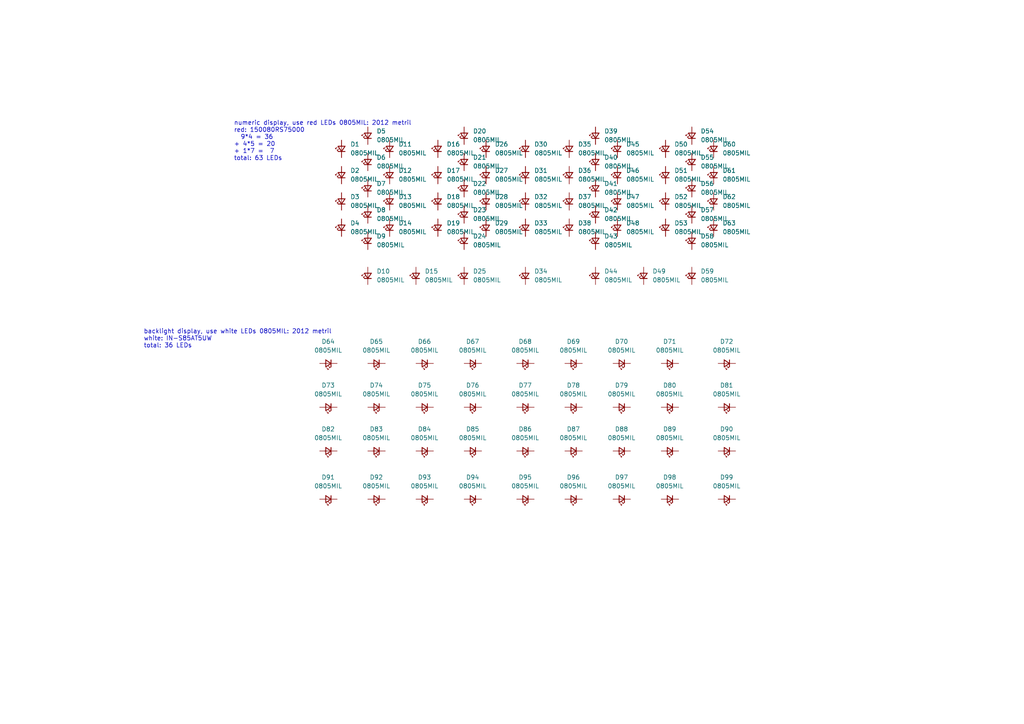
<source format=kicad_sch>
(kicad_sch (version 20231120) (generator "eeschema") (generator_version "8.0")
  (paper "A4")
  (lib_symbols
    (symbol "Device:LED_Small" (pin_numbers hide) (pin_names (offset 0.254) hide)
      (property "Reference" "D" (at -1.27 3.175 0))
      (property "Value" "LED_Small" (at -4.445 -2.54 0))
      (symbol "LED_Small_0_1"
        (polyline (pts (xy -0.762 -1.016) (xy -0.762 1.016)) (stroke (width 0.254)))
        (polyline (pts (xy 1.016 0) (xy -0.762 0)))
        (polyline (pts (xy 0.762 -1.016) (xy -0.762 0) (xy 0.762 1.016) (xy 0.762 -1.016)) (stroke (width 0.254)))
        (polyline (pts (xy 0 0.762) (xy -0.508 1.27) (xy -0.254 1.27) (xy -0.508 1.27) (xy -0.508 1.016)))
        (polyline (pts (xy 0.508 1.27) (xy 0 1.778) (xy 0.254 1.778) (xy 0 1.778) (xy 0 1.524)))
      )
      (symbol "LED_Small_1_1"
        (pin passive line (at -2.54 0 0) (length 1.778) (name "K") (number "1"))
        (pin passive line (at 2.54 0 180) (length 1.778) (name "A") (number "2"))
      )
    )
  )
  (text "backlight display, use white LEDs 0805MIL: 2012 metril\nwhite: IN-S85AT5UW\ntotal: 36 LEDs" (at 41.656 98.298 0) (effects (font (size 1.27 1.27)) (justify left)))
  (text "numeric display, use red LEDs 0805MIL: 2012 metril\nred: 150080RS75000\n  9*4 = 36\n+ 4*5 = 20\n+ 1*7 =  7\ntotal: 63 LEDs" (at 67.818 40.894 0) (effects (font (size 1.27 1.27)) (justify left)))
  (symbol (lib_id "Device:LED_Small") (at 106.68 69.85 90) (unit 1)
    (property "Reference" "D9" (at 109.22 68.5164 90) (effects (justify right)))
    (property "Value" "0805MIL" (at 109.22 71.0564 90) (effects (justify right)))
    (property "Description" "Light emitting diode, small symbol" (effects (hide yes)))
  )
  (symbol (lib_id "Device:LED_Small") (at 127 43.18 90) (unit 1)
    (property "Reference" "D16" (at 129.54 41.8464 90) (effects (justify right)))
    (property "Value" "0805MIL" (at 129.54 44.3864 90) (effects (justify right)))
    (property "Description" "Light emitting diode, small symbol" (effects (hide yes)))
  )
  (symbol (lib_id "Device:LED_Small") (at 200.66 46.99 90) (unit 1)
    (property "Reference" "D55" (at 203.2 45.6564 90) (effects (justify right)))
    (property "Value" "0805MIL" (at 203.2 48.1964 90) (effects (justify right)))
    (property "Description" "Light emitting diode, small symbol" (effects (hide yes)))
  )
  (symbol (lib_id "Device:LED_Small") (at 134.62 54.61 90) (unit 1)
    (property "Reference" "D22" (at 137.16 53.2764 90) (effects (justify right)))
    (property "Value" "0805MIL" (at 137.16 55.8164 90) (effects (justify right)))
    (property "Description" "Light emitting diode, small symbol" (effects (hide yes)))
  )
  (symbol (lib_id "Device:LED_Small") (at 123.19 130.81 180) (unit 1)
    (property "Reference" "D84" (at 123.1265 124.46 0))
    (property "Value" "0805MIL" (at 123.1265 127 0))
    (property "Description" "Light emitting diode, small symbol" (effects (hide yes)))
  )
  (symbol (lib_id "Device:LED_Small") (at 172.72 46.99 90) (unit 1)
    (property "Reference" "D40" (at 175.26 45.6564 90) (effects (justify right)))
    (property "Value" "0805MIL" (at 175.26 48.1964 90) (effects (justify right)))
    (property "Description" "Light emitting diode, small symbol" (effects (hide yes)))
  )
  (symbol (lib_id "Device:LED_Small") (at 137.16 118.11 180) (unit 1)
    (property "Reference" "D76" (at 137.0965 111.76 0))
    (property "Value" "0805MIL" (at 137.0965 114.3 0))
    (property "Description" "Light emitting diode, small symbol" (effects (hide yes)))
  )
  (symbol (lib_id "Device:LED_Small") (at 180.34 118.11 180) (unit 1)
    (property "Reference" "D79" (at 180.2765 111.76 0))
    (property "Value" "0805MIL" (at 180.2765 114.3 0))
    (property "Description" "Light emitting diode, small symbol" (effects (hide yes)))
  )
  (symbol (lib_id "Device:LED_Small") (at 194.31 118.11 180) (unit 1)
    (property "Reference" "D80" (at 194.2465 111.76 0))
    (property "Value" "0805MIL" (at 194.2465 114.3 0))
    (property "Description" "Light emitting diode, small symbol" (effects (hide yes)))
  )
  (symbol (lib_id "Device:LED_Small") (at 123.19 144.78 180) (unit 1)
    (property "Reference" "D93" (at 123.1265 138.43 0))
    (property "Value" "0805MIL" (at 123.1265 140.97 0))
    (property "Description" "Light emitting diode, small symbol" (effects (hide yes)))
  )
  (symbol (lib_id "Device:LED_Small") (at 172.72 62.23 90) (unit 1)
    (property "Reference" "D42" (at 175.26 60.8964 90) (effects (justify right)))
    (property "Value" "0805MIL" (at 175.26 63.4364 90) (effects (justify right)))
    (property "Description" "Light emitting diode, small symbol" (effects (hide yes)))
  )
  (symbol (lib_id "Device:LED_Small") (at 106.68 62.23 90) (unit 1)
    (property "Reference" "D8" (at 109.22 60.8964 90) (effects (justify right)))
    (property "Value" "0805MIL" (at 109.22 63.4364 90) (effects (justify right)))
    (property "Description" "Light emitting diode, small symbol" (effects (hide yes)))
  )
  (symbol (lib_id "Device:LED_Small") (at 179.07 50.8 90) (unit 1)
    (property "Reference" "D46" (at 181.61 49.4664 90) (effects (justify right)))
    (property "Value" "0805MIL" (at 181.61 52.0064 90) (effects (justify right)))
    (property "Description" "Light emitting diode, small symbol" (effects (hide yes)))
  )
  (symbol (lib_id "Device:LED_Small") (at 200.66 80.01 90) (unit 1)
    (property "Reference" "D59" (at 203.2 78.6764 90) (effects (justify right)))
    (property "Value" "0805MIL" (at 203.2 81.2164 90) (effects (justify right)))
    (property "Description" "Light emitting diode, small symbol" (effects (hide yes)))
  )
  (symbol (lib_id "Device:LED_Small") (at 134.62 62.23 90) (unit 1)
    (property "Reference" "D23" (at 137.16 60.8964 90) (effects (justify right)))
    (property "Value" "0805MIL" (at 137.16 63.4364 90) (effects (justify right)))
    (property "Description" "Light emitting diode, small symbol" (effects (hide yes)))
  )
  (symbol (lib_id "Device:LED_Small") (at 137.16 105.41 180) (unit 1)
    (property "Reference" "D67" (at 137.0965 99.06 0))
    (property "Value" "0805MIL" (at 137.0965 101.6 0))
    (property "Description" "Light emitting diode, small symbol" (effects (hide yes)))
  )
  (symbol (lib_id "Device:LED_Small") (at 140.97 58.42 90) (unit 1)
    (property "Reference" "D28" (at 143.51 57.0864 90) (effects (justify right)))
    (property "Value" "0805MIL" (at 143.51 59.6264 90) (effects (justify right)))
    (property "Description" "Light emitting diode, small symbol" (effects (hide yes)))
  )
  (symbol (lib_id "Device:LED_Small") (at 95.25 130.81 180) (unit 1)
    (property "Reference" "D82" (at 95.1865 124.46 0))
    (property "Value" "0805MIL" (at 95.1865 127 0))
    (property "Description" "Light emitting diode, small symbol" (effects (hide yes)))
  )
  (symbol (lib_id "Device:LED_Small") (at 134.62 39.37 90) (unit 1)
    (property "Reference" "D20" (at 137.16 38.0364 90) (effects (justify right)))
    (property "Value" "0805MIL" (at 137.16 40.5764 90) (effects (justify right)))
    (property "Description" "Light emitting diode, small symbol" (effects (hide yes)))
  )
  (symbol (lib_id "Device:LED_Small") (at 207.01 43.18 90) (unit 1)
    (property "Reference" "D60" (at 209.55 41.8464 90) (effects (justify right)))
    (property "Value" "0805MIL" (at 209.55 44.3864 90) (effects (justify right)))
    (property "Description" "Light emitting diode, small symbol" (effects (hide yes)))
  )
  (symbol (lib_id "Device:LED_Small") (at 180.34 144.78 180) (unit 1)
    (property "Reference" "D97" (at 180.2765 138.43 0))
    (property "Value" "0805MIL" (at 180.2765 140.97 0))
    (property "Description" "Light emitting diode, small symbol" (effects (hide yes)))
  )
  (symbol (lib_id "Device:LED_Small") (at 113.03 43.18 90) (unit 1)
    (property "Reference" "D11" (at 115.57 41.8464 90) (effects (justify right)))
    (property "Value" "0805MIL" (at 115.57 44.3864 90) (effects (justify right)))
    (property "Description" "Light emitting diode, small symbol" (effects (hide yes)))
  )
  (symbol (lib_id "Device:LED_Small") (at 99.06 66.04 90) (unit 1)
    (property "Reference" "D4" (at 101.6 64.7064 90) (effects (justify right)))
    (property "Value" "0805MIL" (at 101.6 67.2464 90) (effects (justify right)))
    (property "Description" "Light emitting diode, small symbol" (effects (hide yes)))
  )
  (symbol (lib_id "Device:LED_Small") (at 152.4 50.8 90) (unit 1)
    (property "Reference" "D31" (at 154.94 49.4664 90) (effects (justify right)))
    (property "Value" "0805MIL" (at 154.94 52.0064 90) (effects (justify right)))
    (property "Description" "Light emitting diode, small symbol" (effects (hide yes)))
  )
  (symbol (lib_id "Device:LED_Small") (at 193.04 43.18 90) (unit 1)
    (property "Reference" "D50" (at 195.58 41.8464 90) (effects (justify right)))
    (property "Value" "0805MIL" (at 195.58 44.3864 90) (effects (justify right)))
    (property "Description" "Light emitting diode, small symbol" (effects (hide yes)))
  )
  (symbol (lib_id "Device:LED_Small") (at 95.25 144.78 180) (unit 1)
    (property "Reference" "D91" (at 95.1865 138.43 0))
    (property "Value" "0805MIL" (at 95.1865 140.97 0))
    (property "Description" "Light emitting diode, small symbol" (effects (hide yes)))
  )
  (symbol (lib_id "Device:LED_Small") (at 106.68 80.01 90) (unit 1)
    (property "Reference" "D10" (at 109.22 78.6764 90) (effects (justify right)))
    (property "Value" "0805MIL" (at 109.22 81.2164 90) (effects (justify right)))
    (property "Description" "Light emitting diode, small symbol" (effects (hide yes)))
  )
  (symbol (lib_id "Device:LED_Small") (at 200.66 69.85 90) (unit 1)
    (property "Reference" "D58" (at 203.2 68.5164 90) (effects (justify right)))
    (property "Value" "0805MIL" (at 203.2 71.0564 90) (effects (justify right)))
    (property "Description" "Light emitting diode, small symbol" (effects (hide yes)))
  )
  (symbol (lib_id "Device:LED_Small") (at 210.82 144.78 180) (unit 1)
    (property "Reference" "D99" (at 210.7565 138.43 0))
    (property "Value" "0805MIL" (at 210.7565 140.97 0))
    (property "Description" "Light emitting diode, small symbol" (effects (hide yes)))
  )
  (symbol (lib_id "Device:LED_Small") (at 123.19 118.11 180) (unit 1)
    (property "Reference" "D75" (at 123.1265 111.76 0))
    (property "Value" "0805MIL" (at 123.1265 114.3 0))
    (property "Description" "Light emitting diode, small symbol" (effects (hide yes)))
  )
  (symbol (lib_id "Device:LED_Small") (at 137.16 144.78 180) (unit 1)
    (property "Reference" "D94" (at 137.0965 138.43 0))
    (property "Value" "0805MIL" (at 137.0965 140.97 0))
    (property "Description" "Light emitting diode, small symbol" (effects (hide yes)))
  )
  (symbol (lib_id "Device:LED_Small") (at 109.22 144.78 180) (unit 1)
    (property "Reference" "D92" (at 109.1565 138.43 0))
    (property "Value" "0805MIL" (at 109.1565 140.97 0))
    (property "Description" "Light emitting diode, small symbol" (effects (hide yes)))
  )
  (symbol (lib_id "Device:LED_Small") (at 179.07 43.18 90) (unit 1)
    (property "Reference" "D45" (at 181.61 41.8464 90) (effects (justify right)))
    (property "Value" "0805MIL" (at 181.61 44.3864 90) (effects (justify right)))
    (property "Description" "Light emitting diode, small symbol" (effects (hide yes)))
  )
  (symbol (lib_id "Device:LED_Small") (at 106.68 46.99 90) (unit 1)
    (property "Reference" "D6" (at 109.22 45.6564 90) (effects (justify right)))
    (property "Value" "0805MIL" (at 109.22 48.1964 90) (effects (justify right)))
    (property "Description" "Light emitting diode, small symbol" (effects (hide yes)))
  )
  (symbol (lib_id "Device:LED_Small") (at 200.66 54.61 90) (unit 1)
    (property "Reference" "D56" (at 203.2 53.2764 90) (effects (justify right)))
    (property "Value" "0805MIL" (at 203.2 55.8164 90) (effects (justify right)))
    (property "Description" "Light emitting diode, small symbol" (effects (hide yes)))
  )
  (symbol (lib_id "Device:LED_Small") (at 120.65 80.01 90) (unit 1)
    (property "Reference" "D15" (at 123.19 78.6764 90) (effects (justify right)))
    (property "Value" "0805MIL" (at 123.19 81.2164 90) (effects (justify right)))
    (property "Description" "Light emitting diode, small symbol" (effects (hide yes)))
  )
  (symbol (lib_id "Device:LED_Small") (at 152.4 66.04 90) (unit 1)
    (property "Reference" "D33" (at 154.94 64.7064 90) (effects (justify right)))
    (property "Value" "0805MIL" (at 154.94 67.2464 90) (effects (justify right)))
    (property "Description" "Light emitting diode, small symbol" (effects (hide yes)))
  )
  (symbol (lib_id "Device:LED_Small") (at 194.31 144.78 180) (unit 1)
    (property "Reference" "D98" (at 194.2465 138.43 0))
    (property "Value" "0805MIL" (at 194.2465 140.97 0))
    (property "Description" "Light emitting diode, small symbol" (effects (hide yes)))
  )
  (symbol (lib_id "Device:LED_Small") (at 210.82 105.41 180) (unit 1)
    (property "Reference" "D72" (at 210.7565 99.06 0))
    (property "Value" "0805MIL" (at 210.7565 101.6 0))
    (property "Description" "Light emitting diode, small symbol" (effects (hide yes)))
  )
  (symbol (lib_id "Device:LED_Small") (at 113.03 66.04 90) (unit 1)
    (property "Reference" "D14" (at 115.57 64.7064 90) (effects (justify right)))
    (property "Value" "0805MIL" (at 115.57 67.2464 90) (effects (justify right)))
    (property "Description" "Light emitting diode, small symbol" (effects (hide yes)))
  )
  (symbol (lib_id "Device:LED_Small") (at 95.25 105.41 180) (unit 1)
    (property "Reference" "D64" (at 95.1865 99.06 0))
    (property "Value" "0805MIL" (at 95.1865 101.6 0))
    (property "Description" "Light emitting diode, small symbol" (effects (hide yes)))
  )
  (symbol (lib_id "Device:LED_Small") (at 207.01 50.8 90) (unit 1)
    (property "Reference" "D61" (at 209.55 49.4664 90) (effects (justify right)))
    (property "Value" "0805MIL" (at 209.55 52.0064 90) (effects (justify right)))
    (property "Description" "Light emitting diode, small symbol" (effects (hide yes)))
  )
  (symbol (lib_id "Device:LED_Small") (at 140.97 50.8 90) (unit 1)
    (property "Reference" "D27" (at 143.51 49.4664 90) (effects (justify right)))
    (property "Value" "0805MIL" (at 143.51 52.0064 90) (effects (justify right)))
    (property "Description" "Light emitting diode, small symbol" (effects (hide yes)))
  )
  (symbol (lib_id "Device:LED_Small") (at 179.07 58.42 90) (unit 1)
    (property "Reference" "D47" (at 181.61 57.0864 90) (effects (justify right)))
    (property "Value" "0805MIL" (at 181.61 59.6264 90) (effects (justify right)))
    (property "Description" "Light emitting diode, small symbol" (effects (hide yes)))
  )
  (symbol (lib_id "Device:LED_Small") (at 180.34 105.41 180) (unit 1)
    (property "Reference" "D70" (at 180.2765 99.06 0))
    (property "Value" "0805MIL" (at 180.2765 101.6 0))
    (property "Description" "Light emitting diode, small symbol" (effects (hide yes)))
  )
  (symbol (lib_id "Device:LED_Small") (at 165.1 43.18 90) (unit 1)
    (property "Reference" "D35" (at 167.64 41.8464 90) (effects (justify right)))
    (property "Value" "0805MIL" (at 167.64 44.3864 90) (effects (justify right)))
    (property "Description" "Light emitting diode, small symbol" (effects (hide yes)))
  )
  (symbol (lib_id "Device:LED_Small") (at 172.72 69.85 90) (unit 1)
    (property "Reference" "D43" (at 175.26 68.5164 90) (effects (justify right)))
    (property "Value" "0805MIL" (at 175.26 71.0564 90) (effects (justify right)))
    (property "Description" "Light emitting diode, small symbol" (effects (hide yes)))
  )
  (symbol (lib_id "Device:LED_Small") (at 166.37 144.78 180) (unit 1)
    (property "Reference" "D96" (at 166.3065 138.43 0))
    (property "Value" "0805MIL" (at 166.3065 140.97 0))
    (property "Description" "Light emitting diode, small symbol" (effects (hide yes)))
  )
  (symbol (lib_id "Device:LED_Small") (at 165.1 50.8 90) (unit 1)
    (property "Reference" "D36" (at 167.64 49.4664 90) (effects (justify right)))
    (property "Value" "0805MIL" (at 167.64 52.0064 90) (effects (justify right)))
    (property "Description" "Light emitting diode, small symbol" (effects (hide yes)))
  )
  (symbol (lib_id "Device:LED_Small") (at 134.62 80.01 90) (unit 1)
    (property "Reference" "D25" (at 137.16 78.6764 90) (effects (justify right)))
    (property "Value" "0805MIL" (at 137.16 81.2164 90) (effects (justify right)))
    (property "Description" "Light emitting diode, small symbol" (effects (hide yes)))
  )
  (symbol (lib_id "Device:LED_Small") (at 152.4 58.42 90) (unit 1)
    (property "Reference" "D32" (at 154.94 57.0864 90) (effects (justify right)))
    (property "Value" "0805MIL" (at 154.94 59.6264 90) (effects (justify right)))
    (property "Description" "Light emitting diode, small symbol" (effects (hide yes)))
  )
  (symbol (lib_id "Device:LED_Small") (at 106.68 39.37 90) (unit 1)
    (property "Reference" "D5" (at 109.22 38.0364 90) (effects (justify right)))
    (property "Value" "0805MIL" (at 109.22 40.5764 90) (effects (justify right)))
    (property "Description" "Light emitting diode, small symbol" (effects (hide yes)))
  )
  (symbol (lib_id "Device:LED_Small") (at 123.19 105.41 180) (unit 1)
    (property "Reference" "D66" (at 123.1265 99.06 0))
    (property "Value" "0805MIL" (at 123.1265 101.6 0))
    (property "Description" "Light emitting diode, small symbol" (effects (hide yes)))
  )
  (symbol (lib_id "Device:LED_Small") (at 166.37 130.81 180) (unit 1)
    (property "Reference" "D87" (at 166.3065 124.46 0))
    (property "Value" "0805MIL" (at 166.3065 127 0))
    (property "Description" "Light emitting diode, small symbol" (effects (hide yes)))
  )
  (symbol (lib_id "Device:LED_Small") (at 152.4 80.01 90) (unit 1)
    (property "Reference" "D34" (at 154.94 78.6764 90) (effects (justify right)))
    (property "Value" "0805MIL" (at 154.94 81.2164 90) (effects (justify right)))
    (property "Description" "Light emitting diode, small symbol" (effects (hide yes)))
  )
  (symbol (lib_id "Device:LED_Small") (at 99.06 50.8 90) (unit 1)
    (property "Reference" "D2" (at 101.6 49.4664 90) (effects (justify right)))
    (property "Value" "0805MIL" (at 101.6 52.0064 90) (effects (justify right)))
    (property "Description" "Light emitting diode, small symbol" (effects (hide yes)))
  )
  (symbol (lib_id "Device:LED_Small") (at 166.37 105.41 180) (unit 1)
    (property "Reference" "D69" (at 166.3065 99.06 0))
    (property "Value" "0805MIL" (at 166.3065 101.6 0))
    (property "Description" "Light emitting diode, small symbol" (effects (hide yes)))
  )
  (symbol (lib_id "Device:LED_Small") (at 109.22 130.81 180) (unit 1)
    (property "Reference" "D83" (at 109.1565 124.46 0))
    (property "Value" "0805MIL" (at 109.1565 127 0))
    (property "Description" "Light emitting diode, small symbol" (effects (hide yes)))
  )
  (symbol (lib_id "Device:LED_Small") (at 193.04 50.8 90) (unit 1)
    (property "Reference" "D51" (at 195.58 49.4664 90) (effects (justify right)))
    (property "Value" "0805MIL" (at 195.58 52.0064 90) (effects (justify right)))
    (property "Description" "Light emitting diode, small symbol" (effects (hide yes)))
  )
  (symbol (lib_id "Device:LED_Small") (at 99.06 43.18 90) (unit 1)
    (property "Reference" "D1" (at 101.6 41.8464 90) (effects (justify right)))
    (property "Value" "0805MIL" (at 101.6 44.3864 90) (effects (justify right)))
    (property "Description" "Light emitting diode, small symbol" (effects (hide yes)))
  )
  (symbol (lib_id "Device:LED_Small") (at 207.01 58.42 90) (unit 1)
    (property "Reference" "D62" (at 209.55 57.0864 90) (effects (justify right)))
    (property "Value" "0805MIL" (at 209.55 59.6264 90) (effects (justify right)))
    (property "Description" "Light emitting diode, small symbol" (effects (hide yes)))
  )
  (symbol (lib_id "Device:LED_Small") (at 134.62 46.99 90) (unit 1)
    (property "Reference" "D21" (at 137.16 45.6564 90) (effects (justify right)))
    (property "Value" "0805MIL" (at 137.16 48.1964 90) (effects (justify right)))
    (property "Description" "Light emitting diode, small symbol" (effects (hide yes)))
  )
  (symbol (lib_id "Device:LED_Small") (at 179.07 66.04 90) (unit 1)
    (property "Reference" "D48" (at 181.61 64.7064 90) (effects (justify right)))
    (property "Value" "0805MIL" (at 181.61 67.2464 90) (effects (justify right)))
    (property "Description" "Light emitting diode, small symbol" (effects (hide yes)))
  )
  (symbol (lib_id "Device:LED_Small") (at 172.72 39.37 90) (unit 1)
    (property "Reference" "D39" (at 175.26 38.0364 90) (effects (justify right)))
    (property "Value" "0805MIL" (at 175.26 40.5764 90) (effects (justify right)))
    (property "Description" "Light emitting diode, small symbol" (effects (hide yes)))
  )
  (symbol (lib_id "Device:LED_Small") (at 207.01 66.04 90) (unit 1)
    (property "Reference" "D63" (at 209.55 64.7064 90) (effects (justify right)))
    (property "Value" "0805MIL" (at 209.55 67.2464 90) (effects (justify right)))
    (property "Description" "Light emitting diode, small symbol" (effects (hide yes)))
  )
  (symbol (lib_id "Device:LED_Small") (at 137.16 130.81 180) (unit 1)
    (property "Reference" "D85" (at 137.0965 124.46 0))
    (property "Value" "0805MIL" (at 137.0965 127 0))
    (property "Description" "Light emitting diode, small symbol" (effects (hide yes)))
  )
  (symbol (lib_id "Device:LED_Small") (at 152.4 43.18 90) (unit 1)
    (property "Reference" "D30" (at 154.94 41.8464 90) (effects (justify right)))
    (property "Value" "0805MIL" (at 154.94 44.3864 90) (effects (justify right)))
    (property "Description" "Light emitting diode, small symbol" (effects (hide yes)))
  )
  (symbol (lib_id "Device:LED_Small") (at 127 58.42 90) (unit 1)
    (property "Reference" "D18" (at 129.54 57.0864 90) (effects (justify right)))
    (property "Value" "0805MIL" (at 129.54 59.6264 90) (effects (justify right)))
    (property "Description" "Light emitting diode, small symbol" (effects (hide yes)))
  )
  (symbol (lib_id "Device:LED_Small") (at 152.4 130.81 180) (unit 1)
    (property "Reference" "D86" (at 152.3365 124.46 0))
    (property "Value" "0805MIL" (at 152.3365 127 0))
    (property "Description" "Light emitting diode, small symbol" (effects (hide yes)))
  )
  (symbol (lib_id "Device:LED_Small") (at 113.03 50.8 90) (unit 1)
    (property "Reference" "D12" (at 115.57 49.4664 90) (effects (justify right)))
    (property "Value" "0805MIL" (at 115.57 52.0064 90) (effects (justify right)))
    (property "Description" "Light emitting diode, small symbol" (effects (hide yes)))
  )
  (symbol (lib_id "Device:LED_Small") (at 106.68 54.61 90) (unit 1)
    (property "Reference" "D7" (at 109.22 53.2764 90) (effects (justify right)))
    (property "Value" "0805MIL" (at 109.22 55.8164 90) (effects (justify right)))
    (property "Description" "Light emitting diode, small symbol" (effects (hide yes)))
  )
  (symbol (lib_id "Device:LED_Small") (at 165.1 58.42 90) (unit 1)
    (property "Reference" "D37" (at 167.64 57.0864 90) (effects (justify right)))
    (property "Value" "0805MIL" (at 167.64 59.6264 90) (effects (justify right)))
    (property "Description" "Light emitting diode, small symbol" (effects (hide yes)))
  )
  (symbol (lib_id "Device:LED_Small") (at 200.66 39.37 90) (unit 1)
    (property "Reference" "D54" (at 203.2 38.0364 90) (effects (justify right)))
    (property "Value" "0805MIL" (at 203.2 40.5764 90) (effects (justify right)))
    (property "Description" "Light emitting diode, small symbol" (effects (hide yes)))
  )
  (symbol (lib_id "Device:LED_Small") (at 172.72 80.01 90) (unit 1)
    (property "Reference" "D44" (at 175.26 78.6764 90) (effects (justify right)))
    (property "Value" "0805MIL" (at 175.26 81.2164 90) (effects (justify right)))
    (property "Description" "Light emitting diode, small symbol" (effects (hide yes)))
  )
  (symbol (lib_id "Device:LED_Small") (at 109.22 118.11 180) (unit 1)
    (property "Reference" "D74" (at 109.1565 111.76 0))
    (property "Value" "0805MIL" (at 109.1565 114.3 0))
    (property "Description" "Light emitting diode, small symbol" (effects (hide yes)))
  )
  (symbol (lib_id "Device:LED_Small") (at 127 66.04 90) (unit 1)
    (property "Reference" "D19" (at 129.54 64.7064 90) (effects (justify right)))
    (property "Value" "0805MIL" (at 129.54 67.2464 90) (effects (justify right)))
    (property "Description" "Light emitting diode, small symbol" (effects (hide yes)))
  )
  (symbol (lib_id "Device:LED_Small") (at 95.25 118.11 180) (unit 1)
    (property "Reference" "D73" (at 95.1865 111.76 0))
    (property "Value" "0805MIL" (at 95.1865 114.3 0))
    (property "Description" "Light emitting diode, small symbol" (effects (hide yes)))
  )
  (symbol (lib_id "Device:LED_Small") (at 127 50.8 90) (unit 1)
    (property "Reference" "D17" (at 129.54 49.4664 90) (effects (justify right)))
    (property "Value" "0805MIL" (at 129.54 52.0064 90) (effects (justify right)))
    (property "Description" "Light emitting diode, small symbol" (effects (hide yes)))
  )
  (symbol (lib_id "Device:LED_Small") (at 134.62 69.85 90) (unit 1)
    (property "Reference" "D24" (at 137.16 68.5164 90) (effects (justify right)))
    (property "Value" "0805MIL" (at 137.16 71.0564 90) (effects (justify right)))
    (property "Description" "Light emitting diode, small symbol" (effects (hide yes)))
  )
  (symbol (lib_id "Device:LED_Small") (at 194.31 105.41 180) (unit 1)
    (property "Reference" "D71" (at 194.2465 99.06 0))
    (property "Value" "0805MIL" (at 194.2465 101.6 0))
    (property "Description" "Light emitting diode, small symbol" (effects (hide yes)))
  )
  (symbol (lib_id "Device:LED_Small") (at 140.97 43.18 90) (unit 1)
    (property "Reference" "D26" (at 143.51 41.8464 90) (effects (justify right)))
    (property "Value" "0805MIL" (at 143.51 44.3864 90) (effects (justify right)))
    (property "Description" "Light emitting diode, small symbol" (effects (hide yes)))
  )
  (symbol (lib_id "Device:LED_Small") (at 186.69 80.01 90) (unit 1)
    (property "Reference" "D49" (at 189.23 78.6764 90) (effects (justify right)))
    (property "Value" "0805MIL" (at 189.23 81.2164 90) (effects (justify right)))
    (property "Description" "Light emitting diode, small symbol" (effects (hide yes)))
  )
  (symbol (lib_id "Device:LED_Small") (at 193.04 58.42 90) (unit 1)
    (property "Reference" "D52" (at 195.58 57.0864 90) (effects (justify right)))
    (property "Value" "0805MIL" (at 195.58 59.6264 90) (effects (justify right)))
    (property "Description" "Light emitting diode, small symbol" (effects (hide yes)))
  )
  (symbol (lib_id "Device:LED_Small") (at 165.1 66.04 90) (unit 1)
    (property "Reference" "D38" (at 167.64 64.7064 90) (effects (justify right)))
    (property "Value" "0805MIL" (at 167.64 67.2464 90) (effects (justify right)))
    (property "Description" "Light emitting diode, small symbol" (effects (hide yes)))
  )
  (symbol (lib_id "Device:LED_Small") (at 172.72 54.61 90) (unit 1)
    (property "Reference" "D41" (at 175.26 53.2764 90) (effects (justify right)))
    (property "Value" "0805MIL" (at 175.26 55.8164 90) (effects (justify right)))
    (property "Description" "Light emitting diode, small symbol" (effects (hide yes)))
  )
  (symbol (lib_id "Device:LED_Small") (at 200.66 62.23 90) (unit 1)
    (property "Reference" "D57" (at 203.2 60.8964 90) (effects (justify right)))
    (property "Value" "0805MIL" (at 203.2 63.4364 90) (effects (justify right)))
    (property "Description" "Light emitting diode, small symbol" (effects (hide yes)))
  )
  (symbol (lib_id "Device:LED_Small") (at 180.34 130.81 180) (unit 1)
    (property "Reference" "D88" (at 180.2765 124.46 0))
    (property "Value" "0805MIL" (at 180.2765 127 0))
    (property "Description" "Light emitting diode, small symbol" (effects (hide yes)))
  )
  (symbol (lib_id "Device:LED_Small") (at 152.4 118.11 180) (unit 1)
    (property "Reference" "D77" (at 152.3365 111.76 0))
    (property "Value" "0805MIL" (at 152.3365 114.3 0))
    (property "Description" "Light emitting diode, small symbol" (effects (hide yes)))
  )
  (symbol (lib_id "Device:LED_Small") (at 193.04 66.04 90) (unit 1)
    (property "Reference" "D53" (at 195.58 64.7064 90) (effects (justify right)))
    (property "Value" "0805MIL" (at 195.58 67.2464 90) (effects (justify right)))
    (property "Description" "Light emitting diode, small symbol" (effects (hide yes)))
  )
  (symbol (lib_id "Device:LED_Small") (at 210.82 118.11 180) (unit 1)
    (property "Reference" "D81" (at 210.7565 111.76 0))
    (property "Value" "0805MIL" (at 210.7565 114.3 0))
    (property "Description" "Light emitting diode, small symbol" (effects (hide yes)))
  )
  (symbol (lib_id "Device:LED_Small") (at 194.31 130.81 180) (unit 1)
    (property "Reference" "D89" (at 194.2465 124.46 0))
    (property "Value" "0805MIL" (at 194.2465 127 0))
    (property "Description" "Light emitting diode, small symbol" (effects (hide yes)))
  )
  (symbol (lib_id "Device:LED_Small") (at 113.03 58.42 90) (unit 1)
    (property "Reference" "D13" (at 115.57 57.0864 90) (effects (justify right)))
    (property "Value" "0805MIL" (at 115.57 59.6264 90) (effects (justify right)))
    (property "Description" "Light emitting diode, small symbol" (effects (hide yes)))
  )
  (symbol (lib_id "Device:LED_Small") (at 99.06 58.42 90) (unit 1)
    (property "Reference" "D3" (at 101.6 57.0864 90) (effects (justify right)))
    (property "Value" "0805MIL" (at 101.6 59.6264 90) (effects (justify right)))
    (property "Description" "Light emitting diode, small symbol" (effects (hide yes)))
  )
  (symbol (lib_id "Device:LED_Small") (at 152.4 144.78 180) (unit 1)
    (property "Reference" "D95" (at 152.3365 138.43 0))
    (property "Value" "0805MIL" (at 152.3365 140.97 0))
    (property "Description" "Light emitting diode, small symbol" (effects (hide yes)))
  )
  (symbol (lib_id "Device:LED_Small") (at 109.22 105.41 180) (unit 1)
    (property "Reference" "D65" (at 109.1565 99.06 0))
    (property "Value" "0805MIL" (at 109.1565 101.6 0))
    (property "Description" "Light emitting diode, small symbol" (effects (hide yes)))
  )
  (symbol (lib_id "Device:LED_Small") (at 152.4 105.41 180) (unit 1)
    (property "Reference" "D68" (at 152.3365 99.06 0))
    (property "Value" "0805MIL" (at 152.3365 101.6 0))
    (property "Description" "Light emitting diode, small symbol" (effects (hide yes)))
  )
  (symbol (lib_id "Device:LED_Small") (at 166.37 118.11 180) (unit 1)
    (property "Reference" "D78" (at 166.3065 111.76 0))
    (property "Value" "0805MIL" (at 166.3065 114.3 0))
    (property "Description" "Light emitting diode, small symbol" (effects (hide yes)))
  )
  (symbol (lib_id "Device:LED_Small") (at 140.97 66.04 90) (unit 1)
    (property "Reference" "D29" (at 143.51 64.7064 90) (effects (justify right)))
    (property "Value" "0805MIL" (at 143.51 67.2464 90) (effects (justify right)))
    (property "Description" "Light emitting diode, small symbol" (effects (hide yes)))
  )
  (symbol (lib_id "Device:LED_Small") (at 210.82 130.81 180) (unit 1)
    (property "Reference" "D90" (at 210.7565 124.46 0))
    (property "Value" "0805MIL" (at 210.7565 127 0))
    (property "Description" "Light emitting diode, small symbol" (effects (hide yes)))
  )
)
</source>
